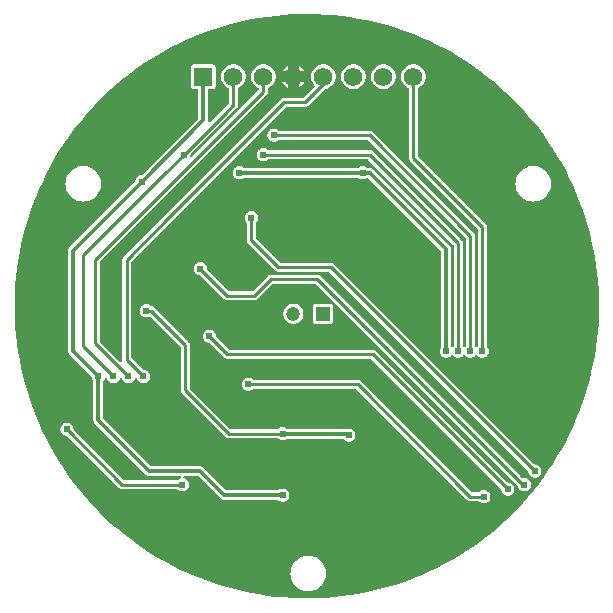
<source format=gbl>
G04 Layer: BottomLayer*
G04 EasyEDA v6.5.23, 2024-02-16 22:38:03*
G04 01767c8133624752a37afa6e83b9fffe,1f8200004d6a4d288ef555d4fcc488ac,10*
G04 Gerber Generator version 0.2*
G04 Scale: 100 percent, Rotated: No, Reflected: No *
G04 Dimensions in millimeters *
G04 leading zeros omitted , absolute positions ,4 integer and 5 decimal *
%FSLAX45Y45*%
%MOMM*%

%ADD10C,0.3000*%
%ADD11C,0.2540*%
%ADD12R,1.2000X1.2000*%
%ADD13C,1.2000*%
%ADD14R,1.5748X1.5748*%
%ADD15C,1.5748*%
%ADD16C,0.6096*%
%ADD17C,0.0196*%

%LPD*%
G36*
X4724Y-2410510D02*
G01*
X-65582Y-2410002D01*
X-135890Y-2407513D01*
X-206095Y-2402992D01*
X-276098Y-2396540D01*
X-345948Y-2388057D01*
X-415493Y-2377592D01*
X-484733Y-2365146D01*
X-553567Y-2350719D01*
X-621995Y-2334361D01*
X-689914Y-2316073D01*
X-757275Y-2295906D01*
X-824026Y-2273757D01*
X-890168Y-2249779D01*
X-955548Y-2223871D01*
X-1020216Y-2196134D01*
X-1084021Y-2166620D01*
X-1147013Y-2135225D01*
X-1209040Y-2102104D01*
X-1270101Y-2067204D01*
X-1330198Y-2030628D01*
X-1389176Y-1992325D01*
X-1447038Y-1952345D01*
X-1503781Y-1910791D01*
X-1559306Y-1867611D01*
X-1613560Y-1822856D01*
X-1666544Y-1776577D01*
X-1718208Y-1728825D01*
X-1768449Y-1679600D01*
X-1817268Y-1629003D01*
X-1864664Y-1577035D01*
X-1910537Y-1523695D01*
X-1954936Y-1469136D01*
X-1997710Y-1413256D01*
X-2038857Y-1356258D01*
X-2078431Y-1298092D01*
X-2116277Y-1238808D01*
X-2152446Y-1178509D01*
X-2186889Y-1117142D01*
X-2219553Y-1054862D01*
X-2250490Y-991666D01*
X-2279548Y-927658D01*
X-2306828Y-862787D01*
X-2332228Y-797204D01*
X-2355748Y-730961D01*
X-2377389Y-664006D01*
X-2397150Y-596493D01*
X-2414930Y-528421D01*
X-2430780Y-459943D01*
X-2444699Y-390956D01*
X-2456637Y-321665D01*
X-2466594Y-252018D01*
X-2474569Y-182118D01*
X-2480564Y-112064D01*
X-2484526Y-41808D01*
X-2486558Y28498D01*
X-2486507Y98806D01*
X-2484526Y169113D01*
X-2480513Y239369D01*
X-2474518Y309422D01*
X-2466543Y379323D01*
X-2456586Y448919D01*
X-2444648Y518261D01*
X-2430729Y587197D01*
X-2414879Y655726D01*
X-2397048Y723798D01*
X-2377338Y791260D01*
X-2355646Y858215D01*
X-2332126Y924509D01*
X-2306726Y990092D01*
X-2279446Y1054912D01*
X-2250338Y1118971D01*
X-2219452Y1182116D01*
X-2186736Y1244396D01*
X-2152294Y1305763D01*
X-2116124Y1366062D01*
X-2078278Y1425346D01*
X-2038705Y1483512D01*
X-1997506Y1540510D01*
X-1954733Y1596339D01*
X-1910384Y1650949D01*
X-1864461Y1704238D01*
X-1817116Y1756206D01*
X-1768246Y1806803D01*
X-1717954Y1856028D01*
X-1666341Y1903780D01*
X-1613357Y1950008D01*
X-1559052Y1994763D01*
X-1503527Y2037943D01*
X-1446834Y2079548D01*
X-1388922Y2119477D01*
X-1329944Y2157780D01*
X-1269847Y2194356D01*
X-1208786Y2229256D01*
X-1146759Y2262378D01*
X-1083767Y2293721D01*
X-1019962Y2323287D01*
X-955294Y2350973D01*
X-889863Y2376881D01*
X-823772Y2400858D01*
X-757021Y2422956D01*
X-689610Y2443175D01*
X-621690Y2461463D01*
X-553313Y2477820D01*
X-484428Y2492197D01*
X-415188Y2504643D01*
X-345643Y2515057D01*
X-275844Y2523540D01*
X-205790Y2530043D01*
X-135585Y2534513D01*
X-65328Y2537002D01*
X5029Y2537510D01*
X75336Y2536037D01*
X145592Y2532532D01*
X215747Y2526995D01*
X285648Y2519527D01*
X355346Y2510028D01*
X424738Y2498598D01*
X493826Y2485186D01*
X562457Y2469794D01*
X630631Y2452471D01*
X698246Y2433218D01*
X765352Y2412085D01*
X831799Y2388971D01*
X897534Y2364028D01*
X962558Y2337257D01*
X1026820Y2308606D01*
X1090218Y2278126D01*
X1152753Y2245918D01*
X1214323Y2211882D01*
X1274876Y2176119D01*
X1334414Y2138680D01*
X1392834Y2099564D01*
X1450187Y2058771D01*
X1506321Y2016353D01*
X1561185Y1972411D01*
X1614830Y1926894D01*
X1667154Y1879854D01*
X1718106Y1831390D01*
X1767636Y1781454D01*
X1815744Y1730146D01*
X1862429Y1677517D01*
X1907539Y1623568D01*
X1951126Y1568348D01*
X1993087Y1511909D01*
X2033473Y1454302D01*
X2072182Y1395577D01*
X2109165Y1335786D01*
X2144471Y1274927D01*
X2178050Y1213154D01*
X2209850Y1150416D01*
X2239873Y1086764D01*
X2268016Y1022350D01*
X2294382Y957122D01*
X2318816Y891184D01*
X2341422Y824534D01*
X2362098Y757326D01*
X2380843Y689559D01*
X2397709Y621233D01*
X2412593Y552500D01*
X2425496Y483362D01*
X2436469Y413867D01*
X2445410Y344119D01*
X2452420Y274116D01*
X2457399Y203962D01*
X2460396Y133705D01*
X2461361Y63347D01*
X2460396Y-6959D01*
X2457399Y-77266D01*
X2452370Y-147421D01*
X2445359Y-217373D01*
X2436418Y-287172D01*
X2425446Y-356616D01*
X2412542Y-425754D01*
X2397607Y-494538D01*
X2380792Y-562813D01*
X2362047Y-630580D01*
X2341321Y-697839D01*
X2318715Y-764438D01*
X2294280Y-830376D01*
X2267915Y-895603D01*
X2239721Y-960018D01*
X2209749Y-1023670D01*
X2177948Y-1086408D01*
X2144369Y-1148181D01*
X2109012Y-1209040D01*
X2071979Y-1268831D01*
X2033270Y-1327556D01*
X1992934Y-1385163D01*
X1950923Y-1441602D01*
X1907336Y-1496771D01*
X1862226Y-1550720D01*
X1815592Y-1603400D01*
X1767433Y-1654708D01*
X1717903Y-1704593D01*
X1666951Y-1753057D01*
X1614627Y-1800098D01*
X1560982Y-1845614D01*
X1506067Y-1889556D01*
X1449933Y-1931924D01*
X1392631Y-1972716D01*
X1334160Y-2011832D01*
X1274622Y-2049272D01*
X1214069Y-2085035D01*
X1152499Y-2119020D01*
X1089964Y-2151278D01*
X1026566Y-2181707D01*
X962304Y-2210358D01*
X897280Y-2237130D01*
X831494Y-2262073D01*
X765048Y-2285136D01*
X697992Y-2306320D01*
X630326Y-2325573D01*
X562152Y-2342896D01*
X493522Y-2358237D01*
X424484Y-2371648D01*
X355092Y-2383078D01*
X285394Y-2392578D01*
X215442Y-2400046D01*
X145288Y-2405532D01*
X75082Y-2409037D01*
G37*

%LPC*%
G36*
X-220878Y2052320D02*
G01*
X-172720Y2052320D01*
X-172720Y2100478D01*
X-179324Y2097227D01*
X-190703Y2089607D01*
X-200964Y2080564D01*
X-210007Y2070303D01*
X-217627Y2058924D01*
G37*
G36*
X1485900Y-1605737D02*
G01*
X1495704Y-1604873D01*
X1505153Y-1602333D01*
X1514094Y-1598218D01*
X1522120Y-1592580D01*
X1529080Y-1585620D01*
X1534718Y-1577594D01*
X1538833Y-1568653D01*
X1541373Y-1559204D01*
X1542237Y-1549400D01*
X1541373Y-1539595D01*
X1538833Y-1530146D01*
X1534718Y-1521206D01*
X1529080Y-1513179D01*
X1522120Y-1506220D01*
X1514094Y-1500581D01*
X1505153Y-1496466D01*
X1495704Y-1493926D01*
X1485900Y-1493062D01*
X1476095Y-1493926D01*
X1466646Y-1496466D01*
X1457706Y-1500581D01*
X1449679Y-1506220D01*
X1448104Y-1507794D01*
X1444802Y-1510030D01*
X1440891Y-1510792D01*
X1391818Y-1510792D01*
X1387906Y-1510030D01*
X1384604Y-1507794D01*
X446735Y-569976D01*
X440537Y-564845D01*
X433832Y-561289D01*
X426618Y-559104D01*
X418592Y-558292D01*
X-462991Y-558292D01*
X-466902Y-557530D01*
X-470204Y-555294D01*
X-471779Y-553720D01*
X-479806Y-548081D01*
X-488746Y-543966D01*
X-498195Y-541426D01*
X-508000Y-540562D01*
X-517804Y-541426D01*
X-527253Y-543966D01*
X-536194Y-548081D01*
X-544220Y-553720D01*
X-551180Y-560679D01*
X-556818Y-568706D01*
X-560933Y-577646D01*
X-563473Y-587095D01*
X-564337Y-596900D01*
X-563473Y-606704D01*
X-560933Y-616153D01*
X-556818Y-625094D01*
X-551180Y-633120D01*
X-544220Y-640080D01*
X-536194Y-645718D01*
X-527253Y-649833D01*
X-517804Y-652373D01*
X-508000Y-653237D01*
X-498195Y-652373D01*
X-488746Y-649833D01*
X-479806Y-645718D01*
X-471779Y-640080D01*
X-470204Y-638505D01*
X-466902Y-636270D01*
X-462991Y-635508D01*
X398881Y-635508D01*
X402793Y-636270D01*
X406095Y-638505D01*
X1343964Y-1576324D01*
X1350162Y-1581454D01*
X1356868Y-1585010D01*
X1364081Y-1587195D01*
X1372108Y-1588008D01*
X1440891Y-1588008D01*
X1444802Y-1588770D01*
X1448104Y-1591005D01*
X1449679Y-1592580D01*
X1457706Y-1598218D01*
X1466646Y-1602333D01*
X1476095Y-1604873D01*
G37*
G36*
X-215900Y-1593037D02*
G01*
X-206095Y-1592173D01*
X-196646Y-1589633D01*
X-187706Y-1585518D01*
X-179679Y-1579880D01*
X-172720Y-1572920D01*
X-167081Y-1564894D01*
X-162966Y-1555953D01*
X-160426Y-1546504D01*
X-159562Y-1536700D01*
X-160426Y-1526895D01*
X-162966Y-1517446D01*
X-167081Y-1508506D01*
X-172720Y-1500479D01*
X-179679Y-1493520D01*
X-187706Y-1487881D01*
X-196646Y-1483766D01*
X-206095Y-1481226D01*
X-215900Y-1480362D01*
X-225704Y-1481226D01*
X-235153Y-1483766D01*
X-244094Y-1487881D01*
X-252729Y-1493977D01*
X-255473Y-1495298D01*
X-258571Y-1495806D01*
X-690067Y-1495806D01*
X-693928Y-1495044D01*
X-697230Y-1492808D01*
X-885139Y-1304950D01*
X-891692Y-1299514D01*
X-898753Y-1295755D01*
X-906424Y-1293418D01*
X-914908Y-1292606D01*
X-1325067Y-1292606D01*
X-1328928Y-1291844D01*
X-1332230Y-1289608D01*
X-1734108Y-887730D01*
X-1736293Y-884428D01*
X-1737106Y-880567D01*
X-1737106Y-572668D01*
X-1736598Y-569569D01*
X-1735277Y-566826D01*
X-1729181Y-558190D01*
X-1725066Y-549249D01*
X-1724304Y-546506D01*
X-1722272Y-542645D01*
X-1718818Y-539953D01*
X-1714500Y-538988D01*
X-1710182Y-539953D01*
X-1706727Y-542645D01*
X-1704695Y-546506D01*
X-1703933Y-549249D01*
X-1699818Y-558190D01*
X-1694180Y-566216D01*
X-1687220Y-573176D01*
X-1679193Y-578815D01*
X-1670253Y-582930D01*
X-1660804Y-585470D01*
X-1651000Y-586333D01*
X-1641195Y-585470D01*
X-1631746Y-582930D01*
X-1622806Y-578815D01*
X-1614779Y-573176D01*
X-1607820Y-566216D01*
X-1602181Y-558190D01*
X-1598066Y-549249D01*
X-1597304Y-546506D01*
X-1595272Y-542645D01*
X-1591818Y-539953D01*
X-1587500Y-538988D01*
X-1583182Y-539953D01*
X-1579727Y-542645D01*
X-1577695Y-546506D01*
X-1576933Y-549249D01*
X-1572818Y-558190D01*
X-1567180Y-566216D01*
X-1560220Y-573176D01*
X-1552194Y-578815D01*
X-1543253Y-582930D01*
X-1533804Y-585470D01*
X-1524000Y-586333D01*
X-1514195Y-585470D01*
X-1504746Y-582930D01*
X-1495806Y-578815D01*
X-1487779Y-573176D01*
X-1480820Y-566216D01*
X-1475181Y-558190D01*
X-1471066Y-549249D01*
X-1470304Y-546506D01*
X-1468272Y-542645D01*
X-1464818Y-539953D01*
X-1460500Y-538988D01*
X-1456182Y-539953D01*
X-1452727Y-542645D01*
X-1450695Y-546506D01*
X-1449933Y-549249D01*
X-1445818Y-558190D01*
X-1440180Y-566216D01*
X-1433220Y-573176D01*
X-1425194Y-578815D01*
X-1416253Y-582930D01*
X-1406804Y-585470D01*
X-1397000Y-586333D01*
X-1387195Y-585470D01*
X-1377746Y-582930D01*
X-1368806Y-578815D01*
X-1360779Y-573176D01*
X-1353820Y-566216D01*
X-1348181Y-558190D01*
X-1344066Y-549249D01*
X-1341526Y-539800D01*
X-1340662Y-529996D01*
X-1341526Y-520192D01*
X-1344066Y-510743D01*
X-1348181Y-501802D01*
X-1353820Y-493776D01*
X-1360779Y-486816D01*
X-1368806Y-481177D01*
X-1377746Y-477062D01*
X-1387195Y-474522D01*
X-1395323Y-473811D01*
X-1398727Y-472897D01*
X-1401622Y-470865D01*
X-1495094Y-377393D01*
X-1497330Y-374091D01*
X-1498092Y-370179D01*
X-1498092Y436981D01*
X-1497330Y440893D01*
X-1495094Y444195D01*
X-190195Y1749094D01*
X-186893Y1751330D01*
X-182981Y1752092D01*
X-25908Y1752092D01*
X-17881Y1752904D01*
X-10668Y1755089D01*
X-3962Y1758645D01*
X2235Y1763775D01*
X139344Y1900885D01*
X141782Y1902663D01*
X144576Y1903628D01*
X154076Y1905558D01*
X167030Y1909927D01*
X179324Y1915972D01*
X190703Y1923592D01*
X200964Y1932635D01*
X210007Y1942896D01*
X217627Y1954275D01*
X223672Y1966569D01*
X228041Y1979523D01*
X230733Y1992934D01*
X231648Y2006600D01*
X230733Y2020265D01*
X228041Y2033676D01*
X223672Y2046630D01*
X217627Y2058924D01*
X210007Y2070303D01*
X200964Y2080564D01*
X190703Y2089607D01*
X179324Y2097227D01*
X167030Y2103272D01*
X154076Y2107641D01*
X140665Y2110333D01*
X127000Y2111248D01*
X113334Y2110333D01*
X99923Y2107641D01*
X86969Y2103272D01*
X74676Y2097227D01*
X63296Y2089607D01*
X53035Y2080564D01*
X43992Y2070303D01*
X36372Y2058924D01*
X30327Y2046630D01*
X25958Y2033676D01*
X23266Y2020265D01*
X22352Y2006600D01*
X23266Y1992934D01*
X25958Y1979523D01*
X30327Y1966569D01*
X36372Y1954275D01*
X43992Y1942896D01*
X50901Y1935022D01*
X52832Y1931771D01*
X53441Y1928012D01*
X52578Y1924304D01*
X50444Y1921154D01*
X-38404Y1832305D01*
X-41706Y1830070D01*
X-45618Y1829307D01*
X-202692Y1829307D01*
X-210718Y1828495D01*
X-217932Y1826310D01*
X-224637Y1822754D01*
X-230835Y1817624D01*
X-1563624Y484835D01*
X-1568754Y478637D01*
X-1572310Y471932D01*
X-1574495Y464718D01*
X-1575308Y456692D01*
X-1575308Y-389890D01*
X-1574241Y-402336D01*
X-1575866Y-406450D01*
X-1579118Y-409498D01*
X-1583334Y-410870D01*
X-1587703Y-410311D01*
X-1591462Y-407924D01*
X-1761794Y-237591D01*
X-1764030Y-234289D01*
X-1764792Y-230378D01*
X-1764792Y436981D01*
X-1764030Y440893D01*
X-1761794Y444195D01*
X-354076Y1851964D01*
X-348945Y1858162D01*
X-345389Y1864868D01*
X-343204Y1872081D01*
X-342392Y1880107D01*
X-342392Y1902917D01*
X-341680Y1906574D01*
X-339699Y1909775D01*
X-336702Y1912010D01*
X-328676Y1915972D01*
X-317296Y1923592D01*
X-307035Y1932635D01*
X-297992Y1942896D01*
X-290372Y1954275D01*
X-284327Y1966569D01*
X-279958Y1979523D01*
X-277266Y1992934D01*
X-276352Y2006600D01*
X-277266Y2020265D01*
X-279958Y2033676D01*
X-284327Y2046630D01*
X-290372Y2058924D01*
X-297992Y2070303D01*
X-307035Y2080564D01*
X-317296Y2089607D01*
X-328676Y2097227D01*
X-340969Y2103272D01*
X-353923Y2107641D01*
X-367334Y2110333D01*
X-381000Y2111248D01*
X-394665Y2110333D01*
X-408076Y2107641D01*
X-421030Y2103272D01*
X-433324Y2097227D01*
X-444703Y2089607D01*
X-454964Y2080564D01*
X-464007Y2070303D01*
X-471627Y2058924D01*
X-477672Y2046630D01*
X-482041Y2033676D01*
X-484733Y2020265D01*
X-485648Y2006600D01*
X-484733Y1992934D01*
X-482041Y1979523D01*
X-477672Y1966569D01*
X-471627Y1954275D01*
X-464007Y1942896D01*
X-454964Y1932635D01*
X-444703Y1923592D01*
X-433324Y1915972D01*
X-425297Y1912010D01*
X-422300Y1909775D01*
X-420319Y1906574D01*
X-419608Y1902917D01*
X-419608Y1899818D01*
X-420370Y1895906D01*
X-422605Y1892604D01*
X-983234Y1331976D01*
X-986688Y1329690D01*
X-990701Y1328978D01*
X-994714Y1329944D01*
X-998016Y1332382D01*
X-1000048Y1335938D01*
X-1000556Y1340053D01*
X-999439Y1345387D01*
X-997407Y1348282D01*
X-608076Y1737664D01*
X-602945Y1743862D01*
X-599389Y1750568D01*
X-597204Y1757781D01*
X-596392Y1765807D01*
X-596392Y1902917D01*
X-595680Y1906574D01*
X-593699Y1909775D01*
X-590702Y1912010D01*
X-582676Y1915972D01*
X-571296Y1923592D01*
X-561035Y1932635D01*
X-551992Y1942896D01*
X-544372Y1954275D01*
X-538327Y1966569D01*
X-533958Y1979523D01*
X-531266Y1992934D01*
X-530352Y2006600D01*
X-531266Y2020265D01*
X-533958Y2033676D01*
X-538327Y2046630D01*
X-544372Y2058924D01*
X-551992Y2070303D01*
X-561035Y2080564D01*
X-571296Y2089607D01*
X-582676Y2097227D01*
X-594969Y2103272D01*
X-607923Y2107641D01*
X-621334Y2110333D01*
X-635000Y2111248D01*
X-648665Y2110333D01*
X-662076Y2107641D01*
X-675030Y2103272D01*
X-687324Y2097227D01*
X-698703Y2089607D01*
X-708964Y2080564D01*
X-718007Y2070303D01*
X-725627Y2058924D01*
X-731672Y2046630D01*
X-736041Y2033676D01*
X-738733Y2020265D01*
X-739648Y2006600D01*
X-738733Y1992934D01*
X-736041Y1979523D01*
X-731672Y1966569D01*
X-725627Y1954275D01*
X-718007Y1942896D01*
X-708964Y1932635D01*
X-698703Y1923592D01*
X-687324Y1915972D01*
X-679297Y1912010D01*
X-676300Y1909775D01*
X-674319Y1906574D01*
X-673608Y1902917D01*
X-673608Y1785518D01*
X-674370Y1781606D01*
X-676605Y1778304D01*
X-831494Y1623415D01*
X-834948Y1621129D01*
X-839012Y1620418D01*
X-843026Y1621383D01*
X-846328Y1623872D01*
X-848360Y1627479D01*
X-848817Y1631594D01*
X-848106Y1638807D01*
X-848106Y1891792D01*
X-847293Y1895703D01*
X-845108Y1898954D01*
X-841806Y1901189D01*
X-837946Y1901952D01*
X-810818Y1901952D01*
X-804519Y1902663D01*
X-799033Y1904593D01*
X-794156Y1907641D01*
X-790041Y1911756D01*
X-786993Y1916633D01*
X-785063Y1922119D01*
X-784352Y1928418D01*
X-784352Y2084781D01*
X-785063Y2091080D01*
X-786993Y2096566D01*
X-790041Y2101443D01*
X-794156Y2105558D01*
X-799033Y2108606D01*
X-804519Y2110536D01*
X-810818Y2111248D01*
X-967181Y2111248D01*
X-973480Y2110536D01*
X-978966Y2108606D01*
X-983843Y2105558D01*
X-987958Y2101443D01*
X-991006Y2096566D01*
X-992936Y2091080D01*
X-993648Y2084781D01*
X-993648Y1928418D01*
X-992936Y1922119D01*
X-991006Y1916633D01*
X-987958Y1911756D01*
X-983843Y1907641D01*
X-978966Y1904593D01*
X-973480Y1902663D01*
X-967181Y1901952D01*
X-940053Y1901952D01*
X-936193Y1901189D01*
X-932891Y1898954D01*
X-930656Y1895703D01*
X-929894Y1891792D01*
X-929894Y1659432D01*
X-930656Y1655572D01*
X-932891Y1652270D01*
X-1408734Y1176426D01*
X-1411630Y1174394D01*
X-1415034Y1173480D01*
X-1419504Y1173073D01*
X-1428953Y1170533D01*
X-1437894Y1166418D01*
X-1445920Y1160780D01*
X-1452880Y1153820D01*
X-1458518Y1145794D01*
X-1462633Y1136853D01*
X-1465173Y1127404D01*
X-1465580Y1122934D01*
X-1466494Y1119530D01*
X-1468526Y1116634D01*
X-2022449Y562660D01*
X-2027885Y556107D01*
X-2031644Y549046D01*
X-2033981Y541375D01*
X-2034793Y532892D01*
X-2034793Y-313588D01*
X-2033981Y-322072D01*
X-2031644Y-329742D01*
X-2027885Y-336804D01*
X-2022449Y-343357D01*
X-1836826Y-529031D01*
X-1834794Y-531926D01*
X-1833880Y-535330D01*
X-1833473Y-539800D01*
X-1830933Y-549249D01*
X-1826818Y-558190D01*
X-1820722Y-566826D01*
X-1819402Y-569569D01*
X-1818893Y-572668D01*
X-1818893Y-901192D01*
X-1818081Y-909675D01*
X-1815744Y-917346D01*
X-1811985Y-924407D01*
X-1806549Y-930960D01*
X-1375460Y-1362049D01*
X-1368907Y-1367485D01*
X-1361846Y-1371244D01*
X-1354175Y-1373581D01*
X-1345692Y-1374394D01*
X-1086967Y-1374394D01*
X-1082903Y-1375257D01*
X-1079500Y-1377645D01*
X-1077366Y-1381201D01*
X-1076807Y-1385316D01*
X-1077976Y-1389329D01*
X-1080617Y-1392529D01*
X-1084326Y-1394358D01*
X-1086053Y-1394866D01*
X-1094994Y-1398981D01*
X-1103020Y-1404620D01*
X-1104595Y-1406194D01*
X-1107897Y-1408430D01*
X-1111808Y-1409192D01*
X-1554581Y-1409192D01*
X-1558493Y-1408430D01*
X-1561795Y-1406194D01*
X-1985568Y-982421D01*
X-1987600Y-979525D01*
X-1988515Y-976121D01*
X-1989226Y-968095D01*
X-1991766Y-958646D01*
X-1995881Y-949706D01*
X-2001520Y-941679D01*
X-2008479Y-934719D01*
X-2016506Y-929081D01*
X-2025446Y-924966D01*
X-2034895Y-922426D01*
X-2044700Y-921562D01*
X-2054504Y-922426D01*
X-2063953Y-924966D01*
X-2072893Y-929081D01*
X-2080920Y-934719D01*
X-2087880Y-941679D01*
X-2093518Y-949706D01*
X-2097633Y-958646D01*
X-2100173Y-968095D01*
X-2101037Y-977900D01*
X-2100173Y-987704D01*
X-2097633Y-997153D01*
X-2093518Y-1006094D01*
X-2087880Y-1014120D01*
X-2080920Y-1021080D01*
X-2072893Y-1026718D01*
X-2063953Y-1030833D01*
X-2054504Y-1033373D01*
X-2046478Y-1034084D01*
X-2043074Y-1034999D01*
X-2040178Y-1037031D01*
X-1602435Y-1474724D01*
X-1596237Y-1479854D01*
X-1589532Y-1483410D01*
X-1582318Y-1485595D01*
X-1574292Y-1486408D01*
X-1111808Y-1486408D01*
X-1107897Y-1487170D01*
X-1104595Y-1489405D01*
X-1103020Y-1490980D01*
X-1094994Y-1496618D01*
X-1086053Y-1500733D01*
X-1076604Y-1503273D01*
X-1066800Y-1504137D01*
X-1056995Y-1503273D01*
X-1047546Y-1500733D01*
X-1038606Y-1496618D01*
X-1030579Y-1490980D01*
X-1023619Y-1484020D01*
X-1017981Y-1475994D01*
X-1013866Y-1467053D01*
X-1011326Y-1457604D01*
X-1010462Y-1447800D01*
X-1011326Y-1437995D01*
X-1013866Y-1428546D01*
X-1017981Y-1419606D01*
X-1023619Y-1411579D01*
X-1030579Y-1404620D01*
X-1038606Y-1398981D01*
X-1047546Y-1394866D01*
X-1049274Y-1394358D01*
X-1052982Y-1392529D01*
X-1055624Y-1389329D01*
X-1056792Y-1385316D01*
X-1056233Y-1381201D01*
X-1054100Y-1377645D01*
X-1050696Y-1375257D01*
X-1046632Y-1374394D01*
X-935532Y-1374394D01*
X-931671Y-1375206D01*
X-928369Y-1377391D01*
X-740460Y-1565249D01*
X-733907Y-1570685D01*
X-726846Y-1574444D01*
X-719175Y-1576781D01*
X-710692Y-1577594D01*
X-258571Y-1577594D01*
X-255473Y-1578102D01*
X-252729Y-1579422D01*
X-244094Y-1585518D01*
X-235153Y-1589633D01*
X-225704Y-1592173D01*
G37*
G36*
X1689100Y-1542237D02*
G01*
X1698904Y-1541373D01*
X1708353Y-1538833D01*
X1717293Y-1534718D01*
X1725320Y-1529080D01*
X1732280Y-1522120D01*
X1737918Y-1514094D01*
X1742033Y-1505153D01*
X1744573Y-1495704D01*
X1745437Y-1485900D01*
X1744573Y-1476095D01*
X1742033Y-1466646D01*
X1737918Y-1457706D01*
X1732280Y-1449679D01*
X1725320Y-1442720D01*
X1717293Y-1437081D01*
X1708353Y-1432966D01*
X1698904Y-1430426D01*
X1690878Y-1429715D01*
X1687474Y-1428800D01*
X1684578Y-1426768D01*
X573735Y-315976D01*
X567537Y-310845D01*
X560832Y-307289D01*
X553618Y-305104D01*
X545592Y-304292D01*
X-665581Y-304292D01*
X-669493Y-303530D01*
X-672795Y-301294D01*
X-779068Y-195021D01*
X-781100Y-192125D01*
X-782015Y-188722D01*
X-782726Y-180695D01*
X-785266Y-171246D01*
X-789381Y-162306D01*
X-795020Y-154279D01*
X-801979Y-147320D01*
X-810006Y-141681D01*
X-818946Y-137566D01*
X-828395Y-135026D01*
X-838200Y-134162D01*
X-848004Y-135026D01*
X-857453Y-137566D01*
X-866394Y-141681D01*
X-874420Y-147320D01*
X-881380Y-154279D01*
X-887018Y-162306D01*
X-891133Y-171246D01*
X-893673Y-180695D01*
X-894537Y-190500D01*
X-893673Y-200304D01*
X-891133Y-209753D01*
X-887018Y-218694D01*
X-881380Y-226720D01*
X-874420Y-233679D01*
X-866394Y-239318D01*
X-857453Y-243433D01*
X-848004Y-245973D01*
X-839978Y-246684D01*
X-836574Y-247599D01*
X-833678Y-249631D01*
X-713435Y-369824D01*
X-707237Y-374954D01*
X-700532Y-378510D01*
X-693318Y-380695D01*
X-685292Y-381508D01*
X525881Y-381508D01*
X529793Y-382270D01*
X533095Y-384505D01*
X1629968Y-1481378D01*
X1632000Y-1484274D01*
X1632915Y-1487678D01*
X1633626Y-1495704D01*
X1636166Y-1505153D01*
X1640281Y-1514094D01*
X1645920Y-1522120D01*
X1652879Y-1529080D01*
X1660906Y-1534718D01*
X1669846Y-1538833D01*
X1679295Y-1541373D01*
G37*
G36*
X-81280Y2052320D02*
G01*
X-33121Y2052320D01*
X-36372Y2058924D01*
X-43992Y2070303D01*
X-53035Y2080564D01*
X-63296Y2089607D01*
X-74676Y2097227D01*
X-81280Y2100478D01*
G37*
G36*
X1828800Y-1504137D02*
G01*
X1838604Y-1503273D01*
X1848053Y-1500733D01*
X1856993Y-1496618D01*
X1865020Y-1490980D01*
X1871980Y-1484020D01*
X1877618Y-1475994D01*
X1881733Y-1467053D01*
X1884273Y-1457604D01*
X1885137Y-1447800D01*
X1884273Y-1437995D01*
X1881733Y-1428546D01*
X1877618Y-1419606D01*
X1871980Y-1411579D01*
X1865020Y-1404620D01*
X1856993Y-1398981D01*
X1848053Y-1394866D01*
X1838604Y-1392326D01*
X1828800Y-1391462D01*
X1820214Y-1392224D01*
X1815896Y-1391615D01*
X1812188Y-1389278D01*
X103835Y319024D01*
X97637Y324154D01*
X90932Y327710D01*
X83718Y329895D01*
X75692Y330708D01*
X-316992Y330708D01*
X-325018Y329895D01*
X-332232Y327710D01*
X-338937Y324154D01*
X-345135Y319024D01*
X-470204Y194005D01*
X-473506Y191770D01*
X-477418Y191008D01*
X-665581Y191008D01*
X-669493Y191770D01*
X-672795Y194005D01*
X-855268Y376478D01*
X-857300Y379374D01*
X-858215Y382778D01*
X-858926Y390804D01*
X-861466Y400253D01*
X-865581Y409194D01*
X-871219Y417220D01*
X-878179Y424180D01*
X-886206Y429818D01*
X-895146Y433933D01*
X-904595Y436473D01*
X-914400Y437337D01*
X-924204Y436473D01*
X-933653Y433933D01*
X-942594Y429818D01*
X-950620Y424180D01*
X-957580Y417220D01*
X-963218Y409194D01*
X-967333Y400253D01*
X-969873Y390804D01*
X-970737Y381000D01*
X-969873Y371195D01*
X-967333Y361746D01*
X-963218Y352806D01*
X-957580Y344779D01*
X-950620Y337820D01*
X-942594Y332181D01*
X-933653Y328066D01*
X-924204Y325526D01*
X-916178Y324815D01*
X-912774Y323900D01*
X-909878Y321868D01*
X-713435Y125476D01*
X-707237Y120345D01*
X-700532Y116789D01*
X-693318Y114604D01*
X-685292Y113792D01*
X-457708Y113792D01*
X-449681Y114604D01*
X-442468Y116789D01*
X-435762Y120345D01*
X-429564Y125476D01*
X-304495Y250494D01*
X-301193Y252729D01*
X-297281Y253492D01*
X55981Y253492D01*
X59893Y252729D01*
X63195Y250494D01*
X1772107Y-1458417D01*
X1773732Y-1460550D01*
X1774748Y-1462989D01*
X1775866Y-1467053D01*
X1779981Y-1475994D01*
X1785620Y-1484020D01*
X1792579Y-1490980D01*
X1800606Y-1496618D01*
X1809546Y-1500733D01*
X1818995Y-1503273D01*
G37*
G36*
X-81280Y1912721D02*
G01*
X-74676Y1915972D01*
X-63296Y1923592D01*
X-53035Y1932635D01*
X-43992Y1942896D01*
X-36372Y1954275D01*
X-33121Y1960880D01*
X-81280Y1960880D01*
G37*
G36*
X-172720Y1912721D02*
G01*
X-172720Y1960880D01*
X-220878Y1960880D01*
X-217627Y1954275D01*
X-210007Y1942896D01*
X-200964Y1932635D01*
X-190703Y1923592D01*
X-179324Y1915972D01*
G37*
G36*
X635000Y1901952D02*
G01*
X648665Y1902866D01*
X662076Y1905558D01*
X675030Y1909927D01*
X687324Y1915972D01*
X698703Y1923592D01*
X708964Y1932635D01*
X718007Y1942896D01*
X725627Y1954275D01*
X731672Y1966569D01*
X736041Y1979523D01*
X738733Y1992934D01*
X739648Y2006600D01*
X738733Y2020265D01*
X736041Y2033676D01*
X731672Y2046630D01*
X725627Y2058924D01*
X718007Y2070303D01*
X708964Y2080564D01*
X698703Y2089607D01*
X687324Y2097227D01*
X675030Y2103272D01*
X662076Y2107641D01*
X648665Y2110333D01*
X635000Y2111248D01*
X621334Y2110333D01*
X607923Y2107641D01*
X594969Y2103272D01*
X582676Y2097227D01*
X571296Y2089607D01*
X561035Y2080564D01*
X551992Y2070303D01*
X544372Y2058924D01*
X538327Y2046630D01*
X533958Y2033676D01*
X531266Y2020265D01*
X530352Y2006600D01*
X531266Y1992934D01*
X533958Y1979523D01*
X538327Y1966569D01*
X544372Y1954275D01*
X551992Y1942896D01*
X561035Y1932635D01*
X571296Y1923592D01*
X582676Y1915972D01*
X594969Y1909927D01*
X607923Y1905558D01*
X621334Y1902866D01*
G37*
G36*
X381000Y1901952D02*
G01*
X394665Y1902866D01*
X408076Y1905558D01*
X421030Y1909927D01*
X433324Y1915972D01*
X444703Y1923592D01*
X454964Y1932635D01*
X464007Y1942896D01*
X471627Y1954275D01*
X477672Y1966569D01*
X482041Y1979523D01*
X484733Y1992934D01*
X485648Y2006600D01*
X484733Y2020265D01*
X482041Y2033676D01*
X477672Y2046630D01*
X471627Y2058924D01*
X464007Y2070303D01*
X454964Y2080564D01*
X444703Y2089607D01*
X433324Y2097227D01*
X421030Y2103272D01*
X408076Y2107641D01*
X394665Y2110333D01*
X381000Y2111248D01*
X367334Y2110333D01*
X353923Y2107641D01*
X340969Y2103272D01*
X328676Y2097227D01*
X317296Y2089607D01*
X307035Y2080564D01*
X297992Y2070303D01*
X290372Y2058924D01*
X284327Y2046630D01*
X279958Y2033676D01*
X277266Y2020265D01*
X276352Y2006600D01*
X277266Y1992934D01*
X279958Y1979523D01*
X284327Y1966569D01*
X290372Y1954275D01*
X297992Y1942896D01*
X307035Y1932635D01*
X317296Y1923592D01*
X328676Y1915972D01*
X340969Y1909927D01*
X353923Y1905558D01*
X367334Y1902866D01*
G37*
G36*
X1917700Y-1389837D02*
G01*
X1927504Y-1388973D01*
X1936953Y-1386433D01*
X1945893Y-1382318D01*
X1953920Y-1376680D01*
X1960880Y-1369720D01*
X1966518Y-1361694D01*
X1970633Y-1352753D01*
X1973173Y-1343304D01*
X1974037Y-1333500D01*
X1973173Y-1323695D01*
X1970633Y-1314246D01*
X1966518Y-1305306D01*
X1960880Y-1297279D01*
X1953920Y-1290320D01*
X1945893Y-1284681D01*
X1936953Y-1280566D01*
X1927504Y-1278026D01*
X1919478Y-1277315D01*
X1916074Y-1276400D01*
X1913178Y-1274368D01*
X218135Y420624D01*
X211937Y425754D01*
X205232Y429310D01*
X198018Y431495D01*
X189992Y432308D01*
X-233781Y432308D01*
X-237693Y433070D01*
X-240995Y435305D01*
X-440994Y635304D01*
X-443230Y638606D01*
X-443992Y642518D01*
X-443992Y767791D01*
X-443230Y771702D01*
X-440994Y775004D01*
X-439420Y776579D01*
X-433781Y784606D01*
X-429666Y793546D01*
X-427126Y802995D01*
X-426262Y812800D01*
X-427126Y822604D01*
X-429666Y832053D01*
X-433781Y840994D01*
X-439420Y849020D01*
X-446379Y855980D01*
X-454406Y861618D01*
X-463346Y865733D01*
X-472795Y868273D01*
X-482600Y869137D01*
X-492404Y868273D01*
X-501853Y865733D01*
X-510793Y861618D01*
X-518820Y855980D01*
X-525780Y849020D01*
X-531418Y840994D01*
X-535533Y832053D01*
X-538073Y822604D01*
X-538937Y812800D01*
X-538073Y802995D01*
X-535533Y793546D01*
X-531418Y784606D01*
X-525780Y776579D01*
X-524205Y775004D01*
X-521970Y771702D01*
X-521208Y767791D01*
X-521208Y622808D01*
X-520395Y614781D01*
X-518210Y607568D01*
X-514654Y600862D01*
X-509524Y594664D01*
X-281635Y366776D01*
X-275437Y361645D01*
X-268732Y358089D01*
X-261518Y355904D01*
X-253492Y355092D01*
X170281Y355092D01*
X174193Y354330D01*
X177495Y352094D01*
X1858568Y-1328978D01*
X1860600Y-1331874D01*
X1861515Y-1335278D01*
X1862226Y-1343304D01*
X1864766Y-1352753D01*
X1868881Y-1361694D01*
X1874520Y-1369720D01*
X1881479Y-1376680D01*
X1889506Y-1382318D01*
X1898446Y-1386433D01*
X1907895Y-1388973D01*
G37*
G36*
X342900Y-1085037D02*
G01*
X352704Y-1084173D01*
X362153Y-1081633D01*
X371094Y-1077518D01*
X379120Y-1071880D01*
X386080Y-1064920D01*
X391718Y-1056894D01*
X395833Y-1047953D01*
X398373Y-1038504D01*
X399237Y-1028700D01*
X398373Y-1018895D01*
X395833Y-1009446D01*
X391718Y-1000506D01*
X386080Y-992479D01*
X379120Y-985519D01*
X371094Y-979881D01*
X362153Y-975766D01*
X352704Y-973226D01*
X342900Y-972362D01*
X333095Y-973226D01*
X327355Y-974750D01*
X324764Y-975106D01*
X-173228Y-975106D01*
X-176326Y-974598D01*
X-179070Y-973277D01*
X-187706Y-967181D01*
X-196646Y-963066D01*
X-206095Y-960526D01*
X-215900Y-959662D01*
X-225704Y-960526D01*
X-235153Y-963066D01*
X-244094Y-967181D01*
X-252120Y-972819D01*
X-253695Y-974394D01*
X-256997Y-976630D01*
X-260908Y-977392D01*
X-652881Y-977392D01*
X-656793Y-976630D01*
X-660095Y-974394D01*
X-999794Y-634695D01*
X-1002030Y-631393D01*
X-1002792Y-627481D01*
X-1002792Y-267208D01*
X-1003604Y-259181D01*
X-1005789Y-251967D01*
X-1009345Y-245262D01*
X-1014476Y-239064D01*
X-1305864Y52324D01*
X-1312062Y57454D01*
X-1318768Y61010D01*
X-1325981Y63195D01*
X-1330198Y64211D01*
X-1333042Y66243D01*
X-1335379Y68580D01*
X-1343406Y74218D01*
X-1352346Y78333D01*
X-1361795Y80873D01*
X-1371600Y81737D01*
X-1381404Y80873D01*
X-1390853Y78333D01*
X-1399794Y74218D01*
X-1407820Y68580D01*
X-1414780Y61620D01*
X-1420418Y53593D01*
X-1424533Y44653D01*
X-1427073Y35204D01*
X-1427937Y25400D01*
X-1427073Y15595D01*
X-1424533Y6146D01*
X-1420418Y-2794D01*
X-1414780Y-10820D01*
X-1407820Y-17780D01*
X-1399794Y-23418D01*
X-1390853Y-27533D01*
X-1381404Y-30073D01*
X-1371600Y-30937D01*
X-1361795Y-30073D01*
X-1352346Y-27533D01*
X-1347063Y-25095D01*
X-1343050Y-24130D01*
X-1339037Y-24841D01*
X-1335582Y-27127D01*
X-1083005Y-279704D01*
X-1080770Y-283006D01*
X-1080008Y-286918D01*
X-1080008Y-647192D01*
X-1079195Y-655218D01*
X-1077010Y-662432D01*
X-1073454Y-669137D01*
X-1068324Y-675335D01*
X-700735Y-1042924D01*
X-694537Y-1048054D01*
X-687832Y-1051610D01*
X-680618Y-1053795D01*
X-672592Y-1054608D01*
X-260908Y-1054608D01*
X-256997Y-1055370D01*
X-253695Y-1057605D01*
X-252120Y-1059180D01*
X-244094Y-1064818D01*
X-235153Y-1068933D01*
X-225704Y-1071473D01*
X-215900Y-1072337D01*
X-206095Y-1071473D01*
X-196646Y-1068933D01*
X-187706Y-1064818D01*
X-179070Y-1058722D01*
X-176326Y-1057402D01*
X-173228Y-1056894D01*
X288848Y-1056894D01*
X292049Y-1057402D01*
X294894Y-1058926D01*
X297180Y-1061262D01*
X299720Y-1064920D01*
X306679Y-1071880D01*
X314706Y-1077518D01*
X323646Y-1081633D01*
X333095Y-1084173D01*
G37*
G36*
X-1905000Y949096D02*
G01*
X-1888083Y950061D01*
X-1871421Y952906D01*
X-1855165Y957580D01*
X-1839518Y964031D01*
X-1824736Y972210D01*
X-1810918Y982014D01*
X-1798320Y993292D01*
X-1787042Y1005941D01*
X-1777238Y1019708D01*
X-1769059Y1034542D01*
X-1762556Y1050137D01*
X-1757883Y1066444D01*
X-1755038Y1083106D01*
X-1754124Y1099972D01*
X-1755038Y1116888D01*
X-1757883Y1133551D01*
X-1762556Y1149858D01*
X-1769059Y1165453D01*
X-1777238Y1180287D01*
X-1787042Y1194054D01*
X-1798320Y1206703D01*
X-1810918Y1217980D01*
X-1824736Y1227785D01*
X-1839518Y1235964D01*
X-1855165Y1242415D01*
X-1871421Y1247089D01*
X-1888083Y1249934D01*
X-1905000Y1250899D01*
X-1921916Y1249934D01*
X-1938578Y1247089D01*
X-1954834Y1242415D01*
X-1970481Y1235964D01*
X-1985264Y1227785D01*
X-1999081Y1217980D01*
X-2011680Y1206703D01*
X-2022957Y1194054D01*
X-2032762Y1180287D01*
X-2040940Y1165453D01*
X-2047443Y1149858D01*
X-2052116Y1133551D01*
X-2054961Y1116888D01*
X-2055875Y1099972D01*
X-2054961Y1083106D01*
X-2052116Y1066444D01*
X-2047443Y1050137D01*
X-2040940Y1034542D01*
X-2032762Y1019708D01*
X-2022957Y1005941D01*
X-2011680Y993292D01*
X-1999081Y982014D01*
X-1985264Y972210D01*
X-1970481Y964031D01*
X-1954834Y957580D01*
X-1938578Y952906D01*
X-1921916Y950061D01*
G37*
G36*
X1905000Y949096D02*
G01*
X1921916Y950061D01*
X1938578Y952906D01*
X1954834Y957580D01*
X1970481Y964031D01*
X1985264Y972210D01*
X1999081Y982014D01*
X2011680Y993292D01*
X2022957Y1005941D01*
X2032762Y1019708D01*
X2040940Y1034542D01*
X2047443Y1050137D01*
X2052116Y1066444D01*
X2054961Y1083106D01*
X2055875Y1099972D01*
X2054961Y1116888D01*
X2052116Y1133551D01*
X2047443Y1149858D01*
X2040940Y1165453D01*
X2032762Y1180287D01*
X2022957Y1194054D01*
X2011680Y1206703D01*
X1999081Y1217980D01*
X1985264Y1227785D01*
X1970481Y1235964D01*
X1954834Y1242415D01*
X1938578Y1247089D01*
X1921916Y1249934D01*
X1905000Y1250899D01*
X1888083Y1249934D01*
X1871421Y1247089D01*
X1855165Y1242415D01*
X1839518Y1235964D01*
X1824736Y1227785D01*
X1810918Y1217980D01*
X1798320Y1206703D01*
X1787042Y1194054D01*
X1777238Y1180287D01*
X1769059Y1165453D01*
X1762556Y1149858D01*
X1757883Y1133551D01*
X1755038Y1116888D01*
X1754124Y1099972D01*
X1755038Y1083106D01*
X1757883Y1066444D01*
X1762556Y1050137D01*
X1769059Y1034542D01*
X1777238Y1019708D01*
X1787042Y1005941D01*
X1798320Y993292D01*
X1810918Y982014D01*
X1824736Y972210D01*
X1839518Y964031D01*
X1855165Y957580D01*
X1871421Y952906D01*
X1888083Y950061D01*
G37*
G36*
X67564Y-85902D02*
G01*
X186436Y-85902D01*
X192735Y-85191D01*
X198221Y-83261D01*
X203098Y-80213D01*
X207213Y-76098D01*
X210261Y-71221D01*
X212191Y-65735D01*
X212902Y-59436D01*
X212902Y59436D01*
X212191Y65735D01*
X210261Y71221D01*
X207213Y76098D01*
X203098Y80213D01*
X198221Y83261D01*
X192735Y85191D01*
X186436Y85902D01*
X67564Y85902D01*
X61264Y85191D01*
X55778Y83261D01*
X50901Y80213D01*
X46786Y76098D01*
X43738Y71221D01*
X41808Y65735D01*
X41097Y59436D01*
X41097Y-59436D01*
X41808Y-65735D01*
X43738Y-71221D01*
X46786Y-76098D01*
X50901Y-80213D01*
X55778Y-83261D01*
X61264Y-85191D01*
G37*
G36*
X-127000Y-85902D02*
G01*
X-114757Y-84988D01*
X-102819Y-82397D01*
X-91338Y-78130D01*
X-80568Y-72237D01*
X-70764Y-64922D01*
X-62077Y-56235D01*
X-54762Y-46431D01*
X-48869Y-35661D01*
X-44602Y-24180D01*
X-42011Y-12242D01*
X-41097Y0D01*
X-42011Y12242D01*
X-44602Y24180D01*
X-48869Y35661D01*
X-54762Y46431D01*
X-62077Y56235D01*
X-70764Y64922D01*
X-80568Y72237D01*
X-91338Y78130D01*
X-102819Y82397D01*
X-114757Y84988D01*
X-127000Y85902D01*
X-139242Y84988D01*
X-151180Y82397D01*
X-162661Y78130D01*
X-173431Y72237D01*
X-183235Y64922D01*
X-191922Y56235D01*
X-199237Y46431D01*
X-205130Y35661D01*
X-209397Y24180D01*
X-211988Y12242D01*
X-212902Y0D01*
X-211988Y-12242D01*
X-209397Y-24180D01*
X-205130Y-35661D01*
X-199237Y-46431D01*
X-191922Y-56235D01*
X-183235Y-64922D01*
X-173431Y-72237D01*
X-162661Y-78130D01*
X-151180Y-82397D01*
X-139242Y-84988D01*
G37*
G36*
X0Y-2350871D02*
G01*
X16916Y-2349957D01*
X33578Y-2347112D01*
X49834Y-2342438D01*
X65481Y-2335936D01*
X80264Y-2327757D01*
X94081Y-2317953D01*
X106680Y-2306675D01*
X117957Y-2294077D01*
X127762Y-2280259D01*
X135940Y-2265476D01*
X142443Y-2249830D01*
X147116Y-2233574D01*
X149961Y-2216912D01*
X150876Y-2199995D01*
X149961Y-2183079D01*
X147116Y-2166416D01*
X142443Y-2150160D01*
X135940Y-2134514D01*
X127762Y-2119731D01*
X117957Y-2105914D01*
X106680Y-2093315D01*
X94081Y-2082038D01*
X80264Y-2072233D01*
X65481Y-2064054D01*
X49834Y-2057552D01*
X33578Y-2052878D01*
X16916Y-2050034D01*
X0Y-2049119D01*
X-16916Y-2050034D01*
X-33578Y-2052878D01*
X-49834Y-2057552D01*
X-65481Y-2064054D01*
X-80264Y-2072233D01*
X-94081Y-2082038D01*
X-106680Y-2093315D01*
X-117957Y-2105914D01*
X-127762Y-2119731D01*
X-135940Y-2134514D01*
X-142443Y-2150160D01*
X-147116Y-2166416D01*
X-149961Y-2183079D01*
X-150876Y-2199995D01*
X-149961Y-2216912D01*
X-147116Y-2233574D01*
X-142443Y-2249830D01*
X-135940Y-2265476D01*
X-127762Y-2280259D01*
X-117957Y-2294077D01*
X-106680Y-2306675D01*
X-94081Y-2317953D01*
X-80264Y-2327757D01*
X-65481Y-2335936D01*
X-49834Y-2342438D01*
X-33578Y-2347112D01*
X-16916Y-2349957D01*
G37*
G36*
X1168400Y-373837D02*
G01*
X1178204Y-372973D01*
X1187653Y-370433D01*
X1196594Y-366318D01*
X1204620Y-360680D01*
X1212037Y-353263D01*
X1215288Y-351078D01*
X1219200Y-350316D01*
X1223111Y-351078D01*
X1226362Y-353263D01*
X1233779Y-360680D01*
X1241806Y-366318D01*
X1250746Y-370433D01*
X1260195Y-372973D01*
X1270000Y-373837D01*
X1279804Y-372973D01*
X1289253Y-370433D01*
X1298194Y-366318D01*
X1306220Y-360680D01*
X1313637Y-353263D01*
X1316888Y-351078D01*
X1320800Y-350316D01*
X1324711Y-351078D01*
X1327962Y-353263D01*
X1335379Y-360680D01*
X1343406Y-366318D01*
X1352346Y-370433D01*
X1361795Y-372973D01*
X1371600Y-373837D01*
X1381404Y-372973D01*
X1390853Y-370433D01*
X1399794Y-366318D01*
X1407820Y-360680D01*
X1415237Y-353263D01*
X1418488Y-351078D01*
X1422400Y-350316D01*
X1426311Y-351078D01*
X1429562Y-353263D01*
X1436979Y-360680D01*
X1445006Y-366318D01*
X1453946Y-370433D01*
X1463395Y-372973D01*
X1473200Y-373837D01*
X1483004Y-372973D01*
X1492453Y-370433D01*
X1501394Y-366318D01*
X1509420Y-360680D01*
X1516380Y-353720D01*
X1522018Y-345694D01*
X1526133Y-336753D01*
X1528673Y-327304D01*
X1529537Y-317500D01*
X1528673Y-307695D01*
X1526133Y-298246D01*
X1522018Y-289306D01*
X1516380Y-281279D01*
X1514805Y-279704D01*
X1512570Y-276402D01*
X1511808Y-272491D01*
X1511808Y736092D01*
X1510995Y744118D01*
X1508810Y751332D01*
X1505254Y758037D01*
X1500124Y764235D01*
X930605Y1333804D01*
X928369Y1337106D01*
X927608Y1341018D01*
X927608Y1902917D01*
X928319Y1906574D01*
X930300Y1909775D01*
X933297Y1912010D01*
X941324Y1915972D01*
X952703Y1923592D01*
X962964Y1932635D01*
X972007Y1942896D01*
X979627Y1954275D01*
X985672Y1966569D01*
X990041Y1979523D01*
X992733Y1992934D01*
X993648Y2006600D01*
X992733Y2020265D01*
X990041Y2033676D01*
X985672Y2046630D01*
X979627Y2058924D01*
X972007Y2070303D01*
X962964Y2080564D01*
X952703Y2089607D01*
X941324Y2097227D01*
X929030Y2103272D01*
X916076Y2107641D01*
X902665Y2110333D01*
X889000Y2111248D01*
X875334Y2110333D01*
X861923Y2107641D01*
X848969Y2103272D01*
X836676Y2097227D01*
X825296Y2089607D01*
X815035Y2080564D01*
X805992Y2070303D01*
X798372Y2058924D01*
X792327Y2046630D01*
X787958Y2033676D01*
X785266Y2020265D01*
X784352Y2006600D01*
X785266Y1992934D01*
X787958Y1979523D01*
X792327Y1966569D01*
X798372Y1954275D01*
X805992Y1942896D01*
X815035Y1932635D01*
X825296Y1923592D01*
X836676Y1915972D01*
X844702Y1912010D01*
X847699Y1909775D01*
X849680Y1906574D01*
X850392Y1902917D01*
X850392Y1321308D01*
X851204Y1313281D01*
X853389Y1306068D01*
X856945Y1299362D01*
X862076Y1293164D01*
X1431594Y723595D01*
X1433830Y720293D01*
X1434592Y716381D01*
X1434592Y-272491D01*
X1433830Y-276402D01*
X1431594Y-279704D01*
X1429562Y-281736D01*
X1426311Y-283921D01*
X1422400Y-284683D01*
X1418488Y-283921D01*
X1415237Y-281736D01*
X1413205Y-279704D01*
X1410970Y-276402D01*
X1410208Y-272491D01*
X1410208Y659892D01*
X1409395Y667918D01*
X1407210Y675132D01*
X1403654Y681837D01*
X1398524Y688035D01*
X548335Y1538224D01*
X542137Y1543354D01*
X535432Y1546910D01*
X528218Y1549095D01*
X520192Y1549908D01*
X-247091Y1549908D01*
X-251002Y1550670D01*
X-254304Y1552905D01*
X-255879Y1554480D01*
X-263906Y1560118D01*
X-272846Y1564233D01*
X-282295Y1566773D01*
X-292100Y1567637D01*
X-301904Y1566773D01*
X-311353Y1564233D01*
X-320294Y1560118D01*
X-328320Y1554480D01*
X-335280Y1547520D01*
X-340918Y1539494D01*
X-345033Y1530553D01*
X-347573Y1521104D01*
X-348437Y1511300D01*
X-347573Y1501495D01*
X-345033Y1492046D01*
X-340918Y1483106D01*
X-335280Y1475079D01*
X-328320Y1468120D01*
X-320294Y1462481D01*
X-311353Y1458366D01*
X-301904Y1455826D01*
X-292100Y1454962D01*
X-282295Y1455826D01*
X-272846Y1458366D01*
X-263906Y1462481D01*
X-255879Y1468120D01*
X-254304Y1469694D01*
X-251002Y1471930D01*
X-247091Y1472692D01*
X500481Y1472692D01*
X504393Y1471930D01*
X507695Y1469694D01*
X1329994Y647395D01*
X1332230Y644093D01*
X1332992Y640181D01*
X1332992Y-272491D01*
X1332230Y-276402D01*
X1329994Y-279704D01*
X1327962Y-281736D01*
X1324711Y-283921D01*
X1320800Y-284683D01*
X1316888Y-283921D01*
X1313637Y-281736D01*
X1311605Y-279704D01*
X1309370Y-276402D01*
X1308608Y-272491D01*
X1308608Y596392D01*
X1307795Y604418D01*
X1305610Y611632D01*
X1302054Y618337D01*
X1296924Y624535D01*
X548335Y1373124D01*
X542137Y1378254D01*
X535432Y1381810D01*
X528218Y1383995D01*
X520192Y1384808D01*
X-335991Y1384808D01*
X-339902Y1385570D01*
X-343204Y1387805D01*
X-344779Y1389380D01*
X-352806Y1395018D01*
X-361746Y1399133D01*
X-371195Y1401673D01*
X-381000Y1402537D01*
X-390804Y1401673D01*
X-400253Y1399133D01*
X-409194Y1395018D01*
X-417220Y1389380D01*
X-424180Y1382420D01*
X-429818Y1374394D01*
X-433933Y1365453D01*
X-436473Y1356004D01*
X-437337Y1346200D01*
X-436473Y1336395D01*
X-433933Y1326946D01*
X-429818Y1318006D01*
X-424180Y1309979D01*
X-417220Y1303020D01*
X-409194Y1297381D01*
X-400253Y1293266D01*
X-390804Y1290726D01*
X-381000Y1289862D01*
X-371195Y1290726D01*
X-361746Y1293266D01*
X-352806Y1297381D01*
X-344779Y1303020D01*
X-343204Y1304594D01*
X-339902Y1306830D01*
X-335991Y1307592D01*
X500481Y1307592D01*
X504393Y1306830D01*
X507695Y1304594D01*
X1228394Y583895D01*
X1230630Y580593D01*
X1231392Y576681D01*
X1231392Y-272491D01*
X1230630Y-276402D01*
X1228394Y-279704D01*
X1226667Y-281482D01*
X1223365Y-283667D01*
X1219454Y-284429D01*
X1215593Y-283667D01*
X1212291Y-281482D01*
X1210106Y-278180D01*
X1209294Y-274269D01*
X1209294Y545592D01*
X1208481Y554075D01*
X1206144Y561746D01*
X1202385Y568807D01*
X1196949Y575360D01*
X549960Y1222349D01*
X543407Y1227785D01*
X536346Y1231544D01*
X528675Y1233881D01*
X520192Y1234694D01*
X503072Y1234694D01*
X500024Y1235202D01*
X497281Y1236522D01*
X488594Y1242618D01*
X479704Y1246733D01*
X470204Y1249273D01*
X460451Y1250137D01*
X450646Y1249273D01*
X441147Y1246733D01*
X432257Y1242618D01*
X423621Y1236522D01*
X420827Y1235202D01*
X417779Y1234694D01*
X-541528Y1234694D01*
X-544626Y1235202D01*
X-547370Y1236522D01*
X-556006Y1242618D01*
X-564946Y1246733D01*
X-574395Y1249273D01*
X-584200Y1250137D01*
X-594004Y1249273D01*
X-603453Y1246733D01*
X-612394Y1242618D01*
X-620420Y1236980D01*
X-627380Y1230020D01*
X-633018Y1221994D01*
X-637133Y1213053D01*
X-639673Y1203604D01*
X-640537Y1193800D01*
X-639673Y1183995D01*
X-637133Y1174546D01*
X-633018Y1165606D01*
X-627380Y1157579D01*
X-620420Y1150620D01*
X-612394Y1144981D01*
X-603453Y1140866D01*
X-594004Y1138326D01*
X-584200Y1137462D01*
X-574395Y1138326D01*
X-564946Y1140866D01*
X-556006Y1144981D01*
X-547370Y1151077D01*
X-544626Y1152398D01*
X-541528Y1152906D01*
X417779Y1152906D01*
X420827Y1152398D01*
X423621Y1151077D01*
X432257Y1144981D01*
X441147Y1140866D01*
X450646Y1138326D01*
X460451Y1137462D01*
X470204Y1138326D01*
X479704Y1140866D01*
X488594Y1144981D01*
X495198Y1149604D01*
X498398Y1151077D01*
X501904Y1151382D01*
X505307Y1150467D01*
X508203Y1148435D01*
X1124508Y532130D01*
X1126744Y528828D01*
X1127506Y524967D01*
X1127506Y-274828D01*
X1126998Y-277926D01*
X1125677Y-280670D01*
X1119581Y-289306D01*
X1115466Y-298246D01*
X1112926Y-307695D01*
X1112062Y-317500D01*
X1112926Y-327304D01*
X1115466Y-336753D01*
X1119581Y-345694D01*
X1125220Y-353720D01*
X1132179Y-360680D01*
X1140206Y-366318D01*
X1149146Y-370433D01*
X1158595Y-372973D01*
G37*

%LPD*%
D10*
X-1778000Y-901700D02*
G01*
X-1778000Y-529998D01*
X1168400Y-317500D02*
G01*
X1168400Y546100D01*
X520700Y1193800D01*
X460435Y1193800D01*
X460435Y1193800D02*
G01*
X-584200Y1193800D01*
X-215900Y-1536700D02*
G01*
X-711200Y-1536700D01*
X-914400Y-1333500D01*
X-1346200Y-1333500D01*
X-1778000Y-901700D01*
D11*
X-1397000Y-530097D02*
G01*
X-1536700Y-390397D01*
X-1536700Y457200D01*
X-1168400Y825500D01*
X-1168400Y825500D02*
G01*
X-203200Y1790700D01*
X-25400Y1790700D01*
X127000Y1943100D01*
X127000Y2006600D01*
D10*
X342900Y-1028700D02*
G01*
X330200Y-1016000D01*
X-215900Y-1016000D01*
D11*
X1485900Y-1549400D02*
G01*
X1371600Y-1549400D01*
X419100Y-596900D01*
X-508000Y-596900D01*
X1689100Y-1485900D02*
G01*
X546100Y-342900D01*
X-685800Y-342900D01*
X-838200Y-190500D01*
X1473200Y-317500D02*
G01*
X1473200Y736600D01*
X889000Y1320800D01*
X889000Y2006600D01*
X1270000Y-317500D02*
G01*
X1270000Y596900D01*
X520700Y1346200D01*
X-381000Y1346200D01*
X1371600Y-317500D02*
G01*
X1371600Y660400D01*
X520700Y1511300D01*
X-292100Y1511300D01*
X-564492Y1696107D02*
G01*
X-381000Y1879600D01*
X-381000Y2006600D01*
X-1524000Y-529996D02*
G01*
X-1803400Y-250596D01*
X-1803400Y457200D01*
X-1219200Y1041400D01*
X-709510Y1690789D02*
G01*
X-635000Y1765300D01*
X-635000Y2006600D01*
X-952500Y1447800D02*
G01*
X-709513Y1690786D01*
X-1056571Y1343728D02*
G01*
X-952500Y1447800D01*
X-1219200Y1181100D02*
G01*
X-1056571Y1343728D01*
D10*
X-1778000Y-529996D02*
G01*
X-1993900Y-314096D01*
X-1993900Y533400D01*
X-1409700Y1117600D01*
X-1409700Y1117600D02*
G01*
X-889000Y1638300D01*
X-889000Y2006600D01*
D11*
X-1651000Y-530100D02*
G01*
X-1905000Y-276100D01*
X-1905000Y495300D01*
X-1219200Y1181100D01*
X-1066800Y-1447800D02*
G01*
X-1574800Y-1447800D01*
X-2044700Y-977900D01*
X-1041400Y-266700D02*
G01*
X-1041400Y-647700D01*
X-673100Y-1016000D01*
X-215900Y-1016000D01*
X1917700Y-1333500D02*
G01*
X190500Y393700D01*
X-254000Y393700D01*
X-482600Y622300D01*
X-482600Y812800D01*
X1828800Y-1447800D02*
G01*
X1816100Y-1447800D01*
X76200Y292100D01*
X76200Y292100D02*
G01*
X-317500Y292100D01*
X-457200Y152400D01*
X-685800Y152400D01*
X-914400Y381000D01*
X-1371600Y25400D02*
G01*
X-1333500Y25400D01*
X-1041400Y-266700D01*
X-1219200Y1041400D02*
G01*
X-564492Y1696107D01*
D12*
G01*
X127000Y0D03*
D13*
G01*
X-127000Y0D03*
D14*
G01*
X-889000Y2006600D03*
D15*
G01*
X-635000Y2006600D03*
G01*
X-381000Y2006600D03*
G01*
X-127000Y2006600D03*
G01*
X127000Y2006600D03*
G01*
X381000Y2006600D03*
G01*
X635000Y2006600D03*
G01*
X889000Y2006600D03*
D16*
G01*
X-1651000Y-529996D03*
G01*
X-1524000Y-529996D03*
G01*
X-1397000Y-529996D03*
G01*
X-1066800Y-1447800D03*
G01*
X-2044700Y-977900D03*
G01*
X-1778000Y-529996D03*
G01*
X-215900Y-1536700D03*
G01*
X-215900Y-1016000D03*
G01*
X215900Y-1143000D03*
G01*
X342900Y-1028700D03*
G01*
X-508000Y-596900D03*
G01*
X1485900Y-1549400D03*
G01*
X1689100Y-1485900D03*
G01*
X1828800Y-1447800D03*
G01*
X1917700Y-1333500D03*
G01*
X-838200Y-190500D03*
G01*
X-914400Y381000D03*
G01*
X-482600Y812800D03*
G01*
X-1371600Y25400D03*
G01*
X1473200Y-317500D03*
G01*
X1371600Y-317500D03*
G01*
X1270000Y-317500D03*
G01*
X1168400Y-317500D03*
G01*
X-584200Y1193800D03*
G01*
X-292100Y1511300D03*
G01*
X-381000Y1346200D03*
G01*
X1777136Y-800963D03*
G01*
X-1651000Y444500D03*
G01*
X-1409700Y1117600D03*
G01*
X-850900Y-1028700D03*
G01*
X-1056563Y1343736D03*
G01*
X460425Y1193800D03*
G01*
X1041400Y1333500D03*
G01*
X254000Y-1612900D03*
M02*

</source>
